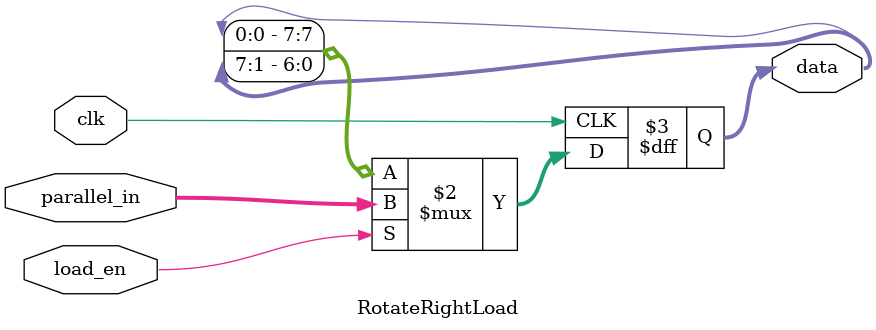
<source format=sv>
module RotateRightLoad #(parameter DATA_WIDTH=8) (
    input clk, load_en,
    input [DATA_WIDTH-1:0] parallel_in,
    output reg [DATA_WIDTH-1:0] data
);
always @(posedge clk) begin
    data <= load_en ? parallel_in : {data[0], data[DATA_WIDTH-1:1]};
end
endmodule
</source>
